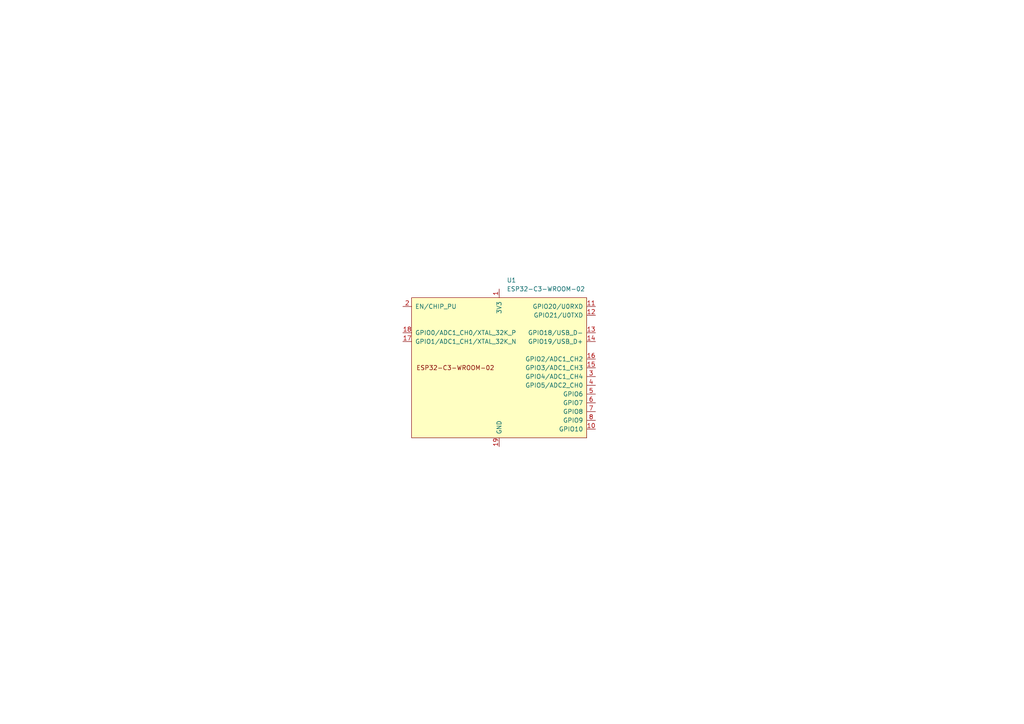
<source format=kicad_sch>
(kicad_sch (version 20231120) (generator "eeschema") (generator_version "8.0")
  (paper "A4")
  (lib_symbols
    (symbol "PCM_Espressif:ESP32-C3-WROOM-02" (pin_names (offset 1.016))
      (property "Reference" "U" (at -25.4 25.4 0))
      (property "Value" "ESP32-C3-WROOM-02" (at -25.4 22.86 0))
      (symbol "ESP32-C3-WROOM-02_0_0"
        (text "ESP32-C3-WROOM-02" (at -12.7 0 0) (effects (font (size 1.27 1.27))))
      )
      (symbol "ESP32-C3-WROOM-02_0_1"
        (rectangle (start 25.4 20.32) (end -25.4 -20.32) (fill (type background)))
      )
      (symbol "ESP32-C3-WROOM-02_1_1"
        (pin power_in line (at 0 22.86 270) (length 2.54) (name "3V3") (number "1"))
        (pin bidirectional line (at 27.94 -17.78 180) (length 2.54) (name "GPIO10") (number "10"))
        (pin bidirectional line (at 27.94 17.78 180) (length 2.54) (name "GPIO20/U0RXD") (number "11"))
        (pin bidirectional line (at 27.94 15.24 180) (length 2.54) (name "GPIO21/U0TXD") (number "12"))
        (pin bidirectional line (at 27.94 10.16 180) (length 2.54) (name "GPIO18/USB_D-") (number "13"))
        (pin bidirectional line (at 27.94 7.62 180) (length 2.54) (name "GPIO19/USB_D+") (number "14"))
        (pin bidirectional line (at 27.94 0 180) (length 2.54) (name "GPIO3/ADC1_CH3") (number "15"))
        (pin bidirectional line (at 27.94 2.54 180) (length 2.54) (name "GPIO2/ADC1_CH2") (number "16"))
        (pin bidirectional line (at -27.94 7.62 0) (length 2.54) (name "GPIO1/ADC1_CH1/XTAL_32K_N") (number "17"))
        (pin bidirectional line (at -27.94 10.16 0) (length 2.54) (name "GPIO0/ADC1_CH0/XTAL_32K_P") (number "18"))
        (pin power_in line (at 0 -22.86 90) (length 2.54) (name "GND") (number "19"))
        (pin input line (at -27.94 17.78 0) (length 2.54) (name "EN/CHIP_PU") (number "2"))
        (pin bidirectional line (at 27.94 -2.54 180) (length 2.54) (name "GPIO4/ADC1_CH4") (number "3"))
        (pin bidirectional line (at 27.94 -5.08 180) (length 2.54) (name "GPIO5/ADC2_CH0") (number "4"))
        (pin bidirectional line (at 27.94 -7.62 180) (length 2.54) (name "GPIO6") (number "5"))
        (pin bidirectional line (at 27.94 -10.16 180) (length 2.54) (name "GPIO7") (number "6"))
        (pin bidirectional line (at 27.94 -12.7 180) (length 2.54) (name "GPIO8") (number "7"))
        (pin bidirectional line (at 27.94 -15.24 180) (length 2.54) (name "GPIO9") (number "8"))
        (pin passive line (at 0 -22.86 90) (length 2.54) hide (name "GND") (number "9"))
      )
    )
  )
  (symbol (lib_id "PCM_Espressif:ESP32-C3-WROOM-02") (at 144.78 106.68 0) (unit 1)
    (property "Reference" "U1" (at 146.9741 81.28 0) (effects (justify left)))
    (property "Value" "ESP32-C3-WROOM-02" (at 146.9741 83.82 0) (effects (justify left)))
    (property "Footprint" "PCM_Espressif:ESP32-C3-WROOM-02" (effects (hide yes)))
    (property "Datasheet" "https://www.espressif.com/sites/default/files/documentation/esp32-c3-wroom-02_datasheet_en.pdf" (effects (hide yes)))
    (property "Description" "ESP32-C3-WROOM-02 is a general-purpose Wi-Fi and Bluetooth LE module. This module features a rich set of peripherals and high performance, which makes it an ideal choice for smart home, industrial automation, health care, consumer electronics, etc." (effects (hide yes)))
  )
)
</source>
